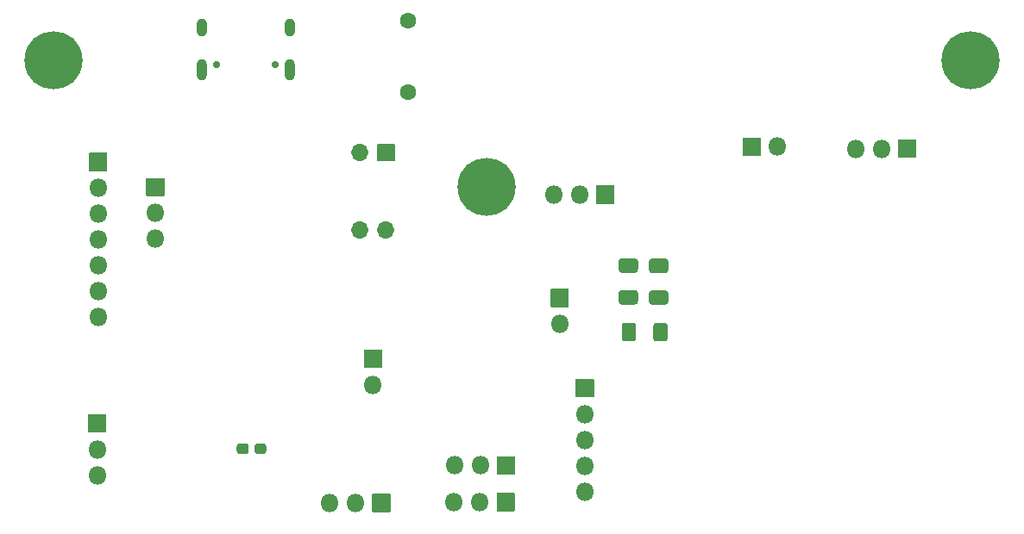
<source format=gbr>
G04 #@! TF.GenerationSoftware,KiCad,Pcbnew,(6.0.0)*
G04 #@! TF.CreationDate,2023-01-21T17:32:25+03:00*
G04 #@! TF.ProjectId,dspmodule,6473706d-6f64-4756-9c65-2e6b69636164,rev?*
G04 #@! TF.SameCoordinates,Original*
G04 #@! TF.FileFunction,Soldermask,Bot*
G04 #@! TF.FilePolarity,Negative*
%FSLAX46Y46*%
G04 Gerber Fmt 4.6, Leading zero omitted, Abs format (unit mm)*
G04 Created by KiCad (PCBNEW (6.0.0)) date 2023-01-21 17:32:25*
%MOMM*%
%LPD*%
G01*
G04 APERTURE LIST*
%ADD10O,1.802000X1.802000*%
%ADD11C,5.702000*%
%ADD12C,1.602000*%
%ADD13C,0.702000*%
%ADD14O,1.002000X2.102000*%
%ADD15O,1.002000X1.802000*%
%ADD16O,1.702000X1.702000*%
G04 APERTURE END LIST*
G36*
G01*
X229370000Y-89431000D02*
X227670000Y-89431000D01*
G75*
G02*
X227619000Y-89380000I0J51000D01*
G01*
X227619000Y-87680000D01*
G75*
G02*
X227670000Y-87629000I51000J0D01*
G01*
X229370000Y-87629000D01*
G75*
G02*
X229421000Y-87680000I0J-51000D01*
G01*
X229421000Y-89380000D01*
G75*
G02*
X229370000Y-89431000I-51000J0D01*
G01*
G37*
D10*
X231060000Y-88530000D03*
D11*
X160000000Y-80000000D03*
X250000000Y-80000000D03*
G36*
G01*
X213300000Y-92349000D02*
X215000000Y-92349000D01*
G75*
G02*
X215051000Y-92400000I0J-51000D01*
G01*
X215051000Y-94100000D01*
G75*
G02*
X215000000Y-94151000I-51000J0D01*
G01*
X213300000Y-94151000D01*
G75*
G02*
X213249000Y-94100000I0J51000D01*
G01*
X213249000Y-92400000D01*
G75*
G02*
X213300000Y-92349000I51000J0D01*
G01*
G37*
D10*
X211610000Y-93250000D03*
X209070000Y-93250000D03*
G36*
G01*
X163389000Y-116590000D02*
X163389000Y-114890000D01*
G75*
G02*
X163440000Y-114839000I51000J0D01*
G01*
X165140000Y-114839000D01*
G75*
G02*
X165191000Y-114890000I0J-51000D01*
G01*
X165191000Y-116590000D01*
G75*
G02*
X165140000Y-116641000I-51000J0D01*
G01*
X163440000Y-116641000D01*
G75*
G02*
X163389000Y-116590000I0J51000D01*
G01*
G37*
X164290000Y-118280000D03*
X164290000Y-120820000D03*
G36*
G01*
X163479000Y-90880000D02*
X163479000Y-89180000D01*
G75*
G02*
X163530000Y-89129000I51000J0D01*
G01*
X165230000Y-89129000D01*
G75*
G02*
X165281000Y-89180000I0J-51000D01*
G01*
X165281000Y-90880000D01*
G75*
G02*
X165230000Y-90931000I-51000J0D01*
G01*
X163530000Y-90931000D01*
G75*
G02*
X163479000Y-90880000I0J51000D01*
G01*
G37*
X164380000Y-92570000D03*
X164380000Y-95110000D03*
X164380000Y-97650000D03*
X164380000Y-100190000D03*
X164380000Y-102730000D03*
X164380000Y-105270000D03*
D11*
X202500000Y-92500000D03*
G36*
G01*
X242940000Y-87819000D02*
X244640000Y-87819000D01*
G75*
G02*
X244691000Y-87870000I0J-51000D01*
G01*
X244691000Y-89570000D01*
G75*
G02*
X244640000Y-89621000I-51000J0D01*
G01*
X242940000Y-89621000D01*
G75*
G02*
X242889000Y-89570000I0J51000D01*
G01*
X242889000Y-87870000D01*
G75*
G02*
X242940000Y-87819000I51000J0D01*
G01*
G37*
D10*
X241250000Y-88720000D03*
X238710000Y-88720000D03*
D12*
X194830000Y-83180000D03*
X194830000Y-76180000D03*
G36*
G01*
X208789000Y-104250000D02*
X208789000Y-102550000D01*
G75*
G02*
X208840000Y-102499000I51000J0D01*
G01*
X210540000Y-102499000D01*
G75*
G02*
X210591000Y-102550000I0J-51000D01*
G01*
X210591000Y-104250000D01*
G75*
G02*
X210540000Y-104301000I-51000J0D01*
G01*
X208840000Y-104301000D01*
G75*
G02*
X208789000Y-104250000I0J51000D01*
G01*
G37*
D10*
X209690000Y-105940000D03*
G36*
G01*
X211249000Y-113120000D02*
X211249000Y-111420000D01*
G75*
G02*
X211300000Y-111369000I51000J0D01*
G01*
X213000000Y-111369000D01*
G75*
G02*
X213051000Y-111420000I0J-51000D01*
G01*
X213051000Y-113120000D01*
G75*
G02*
X213000000Y-113171000I-51000J0D01*
G01*
X211300000Y-113171000D01*
G75*
G02*
X211249000Y-113120000I0J51000D01*
G01*
G37*
X212150000Y-114810000D03*
X212150000Y-117350000D03*
X212150000Y-119890000D03*
X212150000Y-122430000D03*
G36*
G01*
X190459000Y-110230000D02*
X190459000Y-108530000D01*
G75*
G02*
X190510000Y-108479000I51000J0D01*
G01*
X192210000Y-108479000D01*
G75*
G02*
X192261000Y-108530000I0J-51000D01*
G01*
X192261000Y-110230000D01*
G75*
G02*
X192210000Y-110281000I-51000J0D01*
G01*
X190510000Y-110281000D01*
G75*
G02*
X190459000Y-110230000I0J51000D01*
G01*
G37*
X191360000Y-111920000D03*
D13*
X181800000Y-80480000D03*
X176020000Y-80480000D03*
D14*
X183230000Y-80960000D03*
X174590000Y-80960000D03*
D15*
X174590000Y-76790000D03*
X183230000Y-76790000D03*
G36*
G01*
X191840000Y-88249000D02*
X193440000Y-88249000D01*
G75*
G02*
X193491000Y-88300000I0J-51000D01*
G01*
X193491000Y-89900000D01*
G75*
G02*
X193440000Y-89951000I-51000J0D01*
G01*
X191840000Y-89951000D01*
G75*
G02*
X191789000Y-89900000I0J51000D01*
G01*
X191789000Y-88300000D01*
G75*
G02*
X191840000Y-88249000I51000J0D01*
G01*
G37*
D16*
X190100000Y-89100000D03*
X190100000Y-96720000D03*
X192640000Y-96720000D03*
G36*
G01*
X203580000Y-118959000D02*
X205280000Y-118959000D01*
G75*
G02*
X205331000Y-119010000I0J-51000D01*
G01*
X205331000Y-120710000D01*
G75*
G02*
X205280000Y-120761000I-51000J0D01*
G01*
X203580000Y-120761000D01*
G75*
G02*
X203529000Y-120710000I0J51000D01*
G01*
X203529000Y-119010000D01*
G75*
G02*
X203580000Y-118959000I51000J0D01*
G01*
G37*
D10*
X201890000Y-119860000D03*
X199350000Y-119860000D03*
G36*
G01*
X169099000Y-93350000D02*
X169099000Y-91650000D01*
G75*
G02*
X169150000Y-91599000I51000J0D01*
G01*
X170850000Y-91599000D01*
G75*
G02*
X170901000Y-91650000I0J-51000D01*
G01*
X170901000Y-93350000D01*
G75*
G02*
X170850000Y-93401000I-51000J0D01*
G01*
X169150000Y-93401000D01*
G75*
G02*
X169099000Y-93350000I0J51000D01*
G01*
G37*
X170000000Y-95040000D03*
X170000000Y-97580000D03*
G36*
G01*
X191330000Y-122649000D02*
X193030000Y-122649000D01*
G75*
G02*
X193081000Y-122700000I0J-51000D01*
G01*
X193081000Y-124400000D01*
G75*
G02*
X193030000Y-124451000I-51000J0D01*
G01*
X191330000Y-124451000D01*
G75*
G02*
X191279000Y-124400000I0J51000D01*
G01*
X191279000Y-122700000D01*
G75*
G02*
X191330000Y-122649000I51000J0D01*
G01*
G37*
X189640000Y-123550000D03*
X187100000Y-123550000D03*
G36*
G01*
X203535000Y-122569000D02*
X205235000Y-122569000D01*
G75*
G02*
X205286000Y-122620000I0J-51000D01*
G01*
X205286000Y-124320000D01*
G75*
G02*
X205235000Y-124371000I-51000J0D01*
G01*
X203535000Y-124371000D01*
G75*
G02*
X203484000Y-124320000I0J51000D01*
G01*
X203484000Y-122620000D01*
G75*
G02*
X203535000Y-122569000I51000J0D01*
G01*
G37*
X201845000Y-123470000D03*
X199305000Y-123470000D03*
G36*
G01*
X215770000Y-99501500D02*
X217070000Y-99501500D01*
G75*
G02*
X217371000Y-99802500I0J-301000D01*
G01*
X217371000Y-100627500D01*
G75*
G02*
X217070000Y-100928500I-301000J0D01*
G01*
X215770000Y-100928500D01*
G75*
G02*
X215469000Y-100627500I0J301000D01*
G01*
X215469000Y-99802500D01*
G75*
G02*
X215770000Y-99501500I301000J0D01*
G01*
G37*
G36*
G01*
X215770000Y-102626500D02*
X217070000Y-102626500D01*
G75*
G02*
X217371000Y-102927500I0J-301000D01*
G01*
X217371000Y-103752500D01*
G75*
G02*
X217070000Y-104053500I-301000J0D01*
G01*
X215770000Y-104053500D01*
G75*
G02*
X215469000Y-103752500I0J301000D01*
G01*
X215469000Y-102927500D01*
G75*
G02*
X215770000Y-102626500I301000J0D01*
G01*
G37*
G36*
G01*
X218750000Y-99531500D02*
X220050000Y-99531500D01*
G75*
G02*
X220351000Y-99832500I0J-301000D01*
G01*
X220351000Y-100657500D01*
G75*
G02*
X220050000Y-100958500I-301000J0D01*
G01*
X218750000Y-100958500D01*
G75*
G02*
X218449000Y-100657500I0J301000D01*
G01*
X218449000Y-99832500D01*
G75*
G02*
X218750000Y-99531500I301000J0D01*
G01*
G37*
G36*
G01*
X218750000Y-102656500D02*
X220050000Y-102656500D01*
G75*
G02*
X220351000Y-102957500I0J-301000D01*
G01*
X220351000Y-103782500D01*
G75*
G02*
X220050000Y-104083500I-301000J0D01*
G01*
X218750000Y-104083500D01*
G75*
G02*
X218449000Y-103782500I0J301000D01*
G01*
X218449000Y-102957500D01*
G75*
G02*
X218750000Y-102656500I301000J0D01*
G01*
G37*
G36*
G01*
X215769000Y-107375000D02*
X215769000Y-106125000D01*
G75*
G02*
X216070000Y-105824000I301000J0D01*
G01*
X216870000Y-105824000D01*
G75*
G02*
X217171000Y-106125000I0J-301000D01*
G01*
X217171000Y-107375000D01*
G75*
G02*
X216870000Y-107676000I-301000J0D01*
G01*
X216070000Y-107676000D01*
G75*
G02*
X215769000Y-107375000I0J301000D01*
G01*
G37*
G36*
G01*
X218869000Y-107375000D02*
X218869000Y-106125000D01*
G75*
G02*
X219170000Y-105824000I301000J0D01*
G01*
X219970000Y-105824000D01*
G75*
G02*
X220271000Y-106125000I0J-301000D01*
G01*
X220271000Y-107375000D01*
G75*
G02*
X219970000Y-107676000I-301000J0D01*
G01*
X219170000Y-107676000D01*
G75*
G02*
X218869000Y-107375000I0J301000D01*
G01*
G37*
G36*
G01*
X177994000Y-118457500D02*
X177994000Y-117982500D01*
G75*
G02*
X178282500Y-117694000I288500J0D01*
G01*
X178882500Y-117694000D01*
G75*
G02*
X179171000Y-117982500I0J-288500D01*
G01*
X179171000Y-118457500D01*
G75*
G02*
X178882500Y-118746000I-288500J0D01*
G01*
X178282500Y-118746000D01*
G75*
G02*
X177994000Y-118457500I0J288500D01*
G01*
G37*
G36*
G01*
X179719000Y-118457500D02*
X179719000Y-117982500D01*
G75*
G02*
X180007500Y-117694000I288500J0D01*
G01*
X180607500Y-117694000D01*
G75*
G02*
X180896000Y-117982500I0J-288500D01*
G01*
X180896000Y-118457500D01*
G75*
G02*
X180607500Y-118746000I-288500J0D01*
G01*
X180007500Y-118746000D01*
G75*
G02*
X179719000Y-118457500I0J288500D01*
G01*
G37*
M02*

</source>
